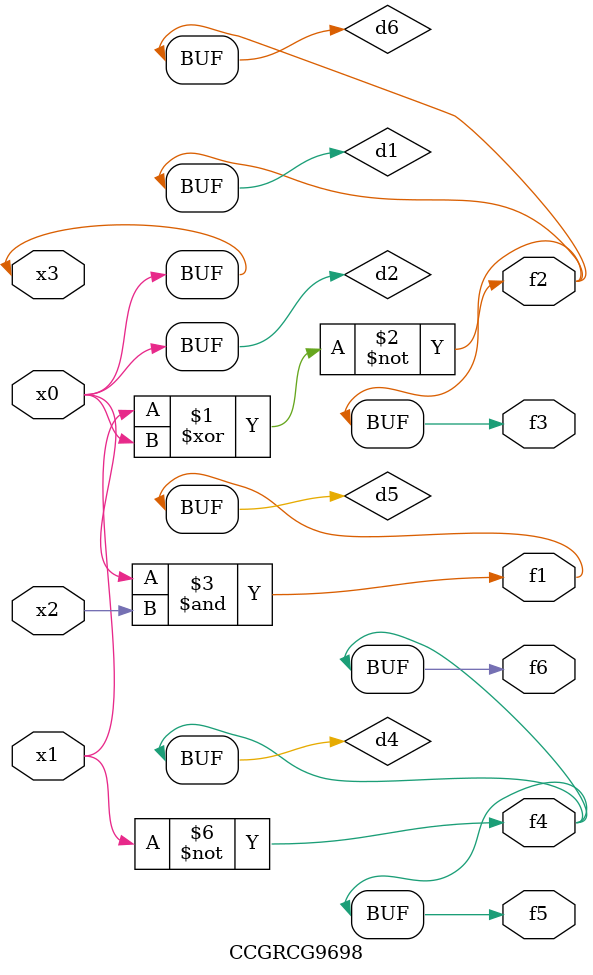
<source format=v>
module CCGRCG9698(
	input x0, x1, x2, x3,
	output f1, f2, f3, f4, f5, f6
);

	wire d1, d2, d3, d4, d5, d6;

	xnor (d1, x1, x3);
	buf (d2, x0, x3);
	nand (d3, x0, x2);
	not (d4, x1);
	nand (d5, d3);
	or (d6, d1);
	assign f1 = d5;
	assign f2 = d6;
	assign f3 = d6;
	assign f4 = d4;
	assign f5 = d4;
	assign f6 = d4;
endmodule

</source>
